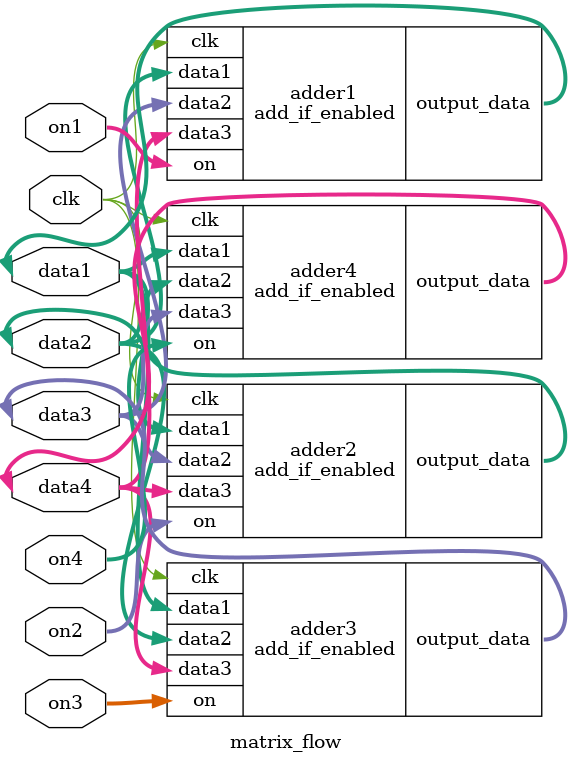
<source format=sv>


// try one implementation and check how many luts it needs as it scales
// adjust accordingly
// 2x2, 4x4, 8x8, 16x16...

module add_if_enabled(
    input clk,
    input [7:0] data1,
    input [7:0] data2,
    input [7:0] data3,
    input [1:0] on,
    output reg [7:0] output_data
);
    reg [7:0] added;

    always @ (posedge clk) begin
        case (on)
            2'b00 : added = 8'b00000000;
            2'b01 : added = data1;  
            2'b10 : added = data1;  
            2'b11 : added = data3;  
        endcase
        output_data <= output_data + added;
    end
endmodule

// test effectiveness of this
// try to create a system to store which connections are pulsed when (maybe adjacency matrix)
// test how many luts this uses as it scales
module matrix_flow (
    input clk,
    // replace inouts with matrix array
    inout [7:0] data1,
    inout [7:0] data2,
    inout [7:0] data3,
    inout [7:0] data4,
    input [1:0] on1,
    input [1:0] on2,
    input [1:0] on3,
    input [1:0] on4
);
    add_if_enabled adder1 ( clk, data2, data3, data4, on1, data1 );
    add_if_enabled adder2 ( clk, data1, data3, data4, on2, data2 );
    add_if_enabled adder3 ( clk, data1, data2, data4, on3, data3 );
    add_if_enabled adder4 ( clk, data1, data2, data3, on4, data4 );
endmodule

</source>
